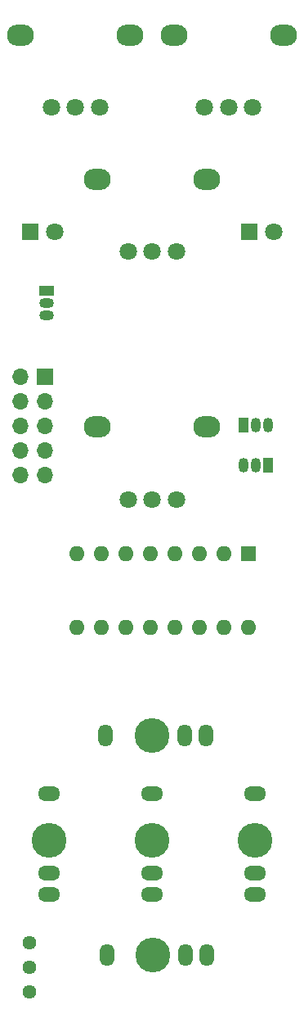
<source format=gbr>
%TF.GenerationSoftware,KiCad,Pcbnew,(5.1.7-0-10_14)*%
%TF.CreationDate,2021-05-19T07:56:11-04:00*%
%TF.ProjectId,VCF,5643462e-6b69-4636-9164-5f7063625858,rev?*%
%TF.SameCoordinates,Original*%
%TF.FileFunction,Soldermask,Bot*%
%TF.FilePolarity,Negative*%
%FSLAX46Y46*%
G04 Gerber Fmt 4.6, Leading zero omitted, Abs format (unit mm)*
G04 Created by KiCad (PCBNEW (5.1.7-0-10_14)) date 2021-05-19 07:56:11*
%MOMM*%
%LPD*%
G01*
G04 APERTURE LIST*
%ADD10O,1.600000X1.600000*%
%ADD11R,1.600000X1.600000*%
%ADD12O,2.800000X2.200000*%
%ADD13C,1.800000*%
%ADD14C,1.440000*%
%ADD15R,1.500000X1.050000*%
%ADD16O,1.500000X1.050000*%
%ADD17R,1.050000X1.500000*%
%ADD18O,1.050000X1.500000*%
%ADD19C,3.600000*%
%ADD20O,1.500000X2.300000*%
%ADD21O,1.700000X1.700000*%
%ADD22R,1.700000X1.700000*%
%ADD23O,2.300000X1.500000*%
%ADD24R,1.800000X1.800000*%
G04 APERTURE END LIST*
D10*
%TO.C,U103*%
X125500000Y-136200000D03*
X107720000Y-128580000D03*
X122960000Y-136200000D03*
X110260000Y-128580000D03*
X120420000Y-136200000D03*
X112800000Y-128580000D03*
X117880000Y-136200000D03*
X115340000Y-128580000D03*
X115340000Y-136200000D03*
X117880000Y-128580000D03*
X112800000Y-136200000D03*
X120420000Y-128580000D03*
X110260000Y-136200000D03*
X122960000Y-128580000D03*
X107720000Y-136200000D03*
D11*
X125500000Y-128580000D03*
%TD*%
D12*
%TO.C,RV105*%
X121150000Y-89900000D03*
X109850000Y-89900000D03*
D13*
X118000000Y-97400000D03*
X115500000Y-97400000D03*
X113000000Y-97400000D03*
%TD*%
D14*
%TO.C,RV104*%
X102800000Y-173880000D03*
X102800000Y-171340000D03*
X102800000Y-168800000D03*
%TD*%
D12*
%TO.C,RV103*%
X129100000Y-75000000D03*
X117800000Y-75000000D03*
D13*
X125950000Y-82500000D03*
X123450000Y-82500000D03*
X120950000Y-82500000D03*
%TD*%
D12*
%TO.C,RV102*%
X113200000Y-75000000D03*
X101900000Y-75000000D03*
D13*
X110050000Y-82500000D03*
X107550000Y-82500000D03*
X105050000Y-82500000D03*
%TD*%
D12*
%TO.C,RV101*%
X121150000Y-115500000D03*
X109850000Y-115500000D03*
D13*
X118000000Y-123000000D03*
X115500000Y-123000000D03*
X113000000Y-123000000D03*
%TD*%
D15*
%TO.C,Q104*%
X104600000Y-101460000D03*
D16*
X104600000Y-104000000D03*
X104600000Y-102730000D03*
%TD*%
D17*
%TO.C,Q103*%
X127500000Y-119500000D03*
D18*
X124960000Y-119500000D03*
X126230000Y-119500000D03*
%TD*%
D17*
%TO.C,Q101*%
X124960000Y-115300000D03*
D18*
X127500000Y-115300000D03*
X126230000Y-115300000D03*
%TD*%
D19*
%TO.C,J106*%
X115600000Y-170100000D03*
D20*
X110800000Y-170100000D03*
X119000000Y-170100000D03*
X121200000Y-170100000D03*
%TD*%
D21*
%TO.C,J105*%
X101900000Y-120460000D03*
X104440000Y-120460000D03*
X101900000Y-117920000D03*
X104440000Y-117920000D03*
X101900000Y-115380000D03*
X104440000Y-115380000D03*
X101900000Y-112840000D03*
X104440000Y-112840000D03*
X101900000Y-110300000D03*
D22*
X104440000Y-110300000D03*
%TD*%
D19*
%TO.C,J104*%
X126200000Y-158200000D03*
D23*
X126200000Y-153400000D03*
X126200000Y-161600000D03*
X126200000Y-163800000D03*
%TD*%
D19*
%TO.C,J103*%
X115500000Y-158200000D03*
D23*
X115500000Y-153400000D03*
X115500000Y-161600000D03*
X115500000Y-163800000D03*
%TD*%
D19*
%TO.C,J102*%
X115500000Y-147400000D03*
D20*
X110700000Y-147400000D03*
X118900000Y-147400000D03*
X121100000Y-147400000D03*
%TD*%
D19*
%TO.C,J101*%
X104800000Y-158200000D03*
D23*
X104800000Y-153400000D03*
X104800000Y-161600000D03*
X104800000Y-163800000D03*
%TD*%
D13*
%TO.C,D102*%
X128100000Y-95300000D03*
D24*
X125560000Y-95300000D03*
%TD*%
D13*
%TO.C,D101*%
X105440000Y-95300000D03*
D24*
X102900000Y-95300000D03*
%TD*%
M02*

</source>
